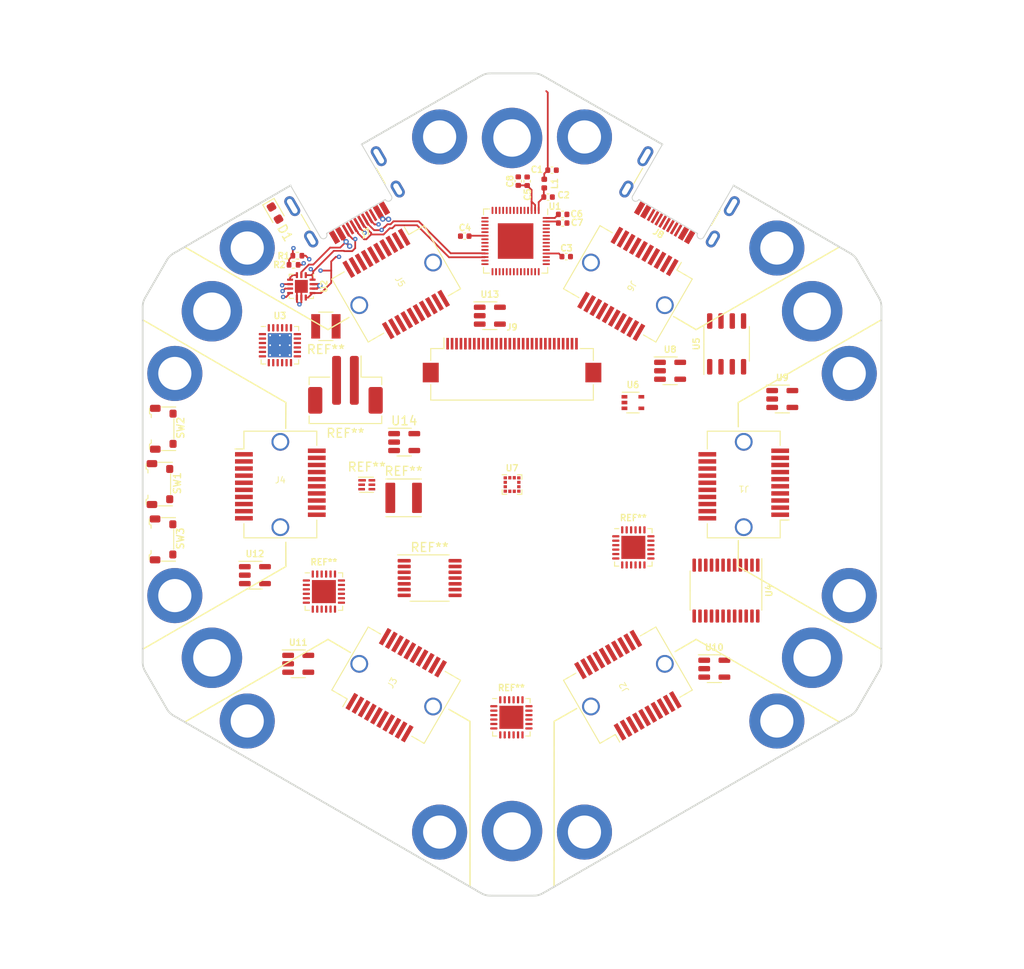
<source format=kicad_pcb>
(kicad_pcb (version 20221018) (generator pcbnew)
  (layers (0 "F.Cu" signal) (1 "In1.Cu" signal) (2 "In2.Cu" signal) (31 "B.Cu" signal) (34 "B.Paste" user) (35 "F.Paste" user) (36 "B.SilkS" user "B.Silkscreen") (37 "F.SilkS" user "F.Silkscreen") (38 "B.Mask" user) (39 "F.Mask" user) (44 "Edge.Cuts" user))
  (net 0 "")
  (net 132 "Net-(J8-GND-PadA1)")
  (net 133 "Net-(J8-VBUS-PadA4)")
  (net 143 "GND")
  (net 144 "Net-(C1-Pad1)")
  (net 145 "Net-(U1-LNA_IN)")
  (net 146 "Net-(U1-VDD3P3_CPU)")
  (net 177 "/USB-")
  (net 178 "/USB+")
  (net 179 "Net-(U2-VBUS)")
  (net 180 "Net-(J7-CC1)")
  (net 181 "Net-(J7-CC2)")
  (net 182 "Net-(U2-VDD-Pad3)")
  (net 183 "unconnected-(U2-INT_N-Pad5)")
  (net 184 "unconnected-(U2-SCL-Pad6)")
  (net 185 "unconnected-(U2-SDA-Pad7)")
  (net 186 "Net-(U2-GND-Pad15)")
  (net 187 "Net-(U2-VCONN-Pad12)")
  (net 200 "Net-(U3-BAT-Pad13)")
  (net 201 "Net-(U3-SYS-Pad15)")
  (net 202 "Net-(U3-PGND-Pad17)")
  (net 203 "Net-(U3-SW-Pad19)")
  (footprint "Capacitor_SMD:C_0402_1005Metric" (layer "F.Cu") (at 104.055 67.65)
    (fp_text reference "C2")
    (fp_text value "C" hide)
  )
  (footprint "Capacitor_SMD:C_0402_1005Metric" (layer "F.Cu") (at 105.695 69.6)
    (fp_text reference "C6")
    (fp_text value "100nF" hide)
  )
  (footprint "nodular:SFP" (layer "F.Cu") (at 126.075 100 180)
    (fp_text reference "J1")
    (fp_text value "Conn_02x10_Counter_Clockwise" hide)
  )
  (footprint "Package_TO_SOT_SMD:SOT-23-5" (layer "F.Cu") (at 71.0625 110.2)
    (fp_text reference "U12")
    (fp_text value "MT9700")
  )
  (footprint "nodular:SMTSO2030CTJ" (layer "F.Cu") (at 91.850318 60.884336)
    (fp_text reference "H10" hide)
    (fp_text value "MountingHole_Pad" hide)
  )
  (footprint "Capacitor_SMD:C_0402_1005Metric" (layer "F.Cu") (at 104.5 64.625)
    (fp_text reference "C1")
    (fp_text value "C" hide)
  )
  (footprint "nodular:SMTSO3030CTJ" (layer "F.Cu") (at 133.774991 119.5)
    (fp_text reference "H17" hide)
    (fp_text value "MountingHole_Pad" hide)
  )
  (footprint "Resistor_SMD:R_0402_1005Metric" (layer "F.Cu") (at 75.415 75.275 180)
    (fp_text reference "R2")
    (fp_text value "5k1")
  )
  (footprint "nodular:SMTSO2030CTJ" (layer "F.Cu") (at 129.800318 73.384336)
    (fp_text reference "H12" hide)
    (fp_text value "MountingHole_Pad" hide)
  )
  (footprint "Package_DFN_QFN:WQFN-14-1EP_2.5x2.5mm_P0.5mm_EP1.45x1.45mm" (layer "F.Cu") (at 76.2875 77.7 -90)
    (fp_text reference "U2")
    (fp_text value "FUSB302BMPX")
  )
  (footprint "nodular:USB_C_Receptacle_SHOUHAN_TYPE-C_16P_CB1.6_073" (layer "F.Cu") (at 119.3 66.85 150)
    (fp_text reference "J8")
    (fp_text value "USB_C_Receptacle_USB2.0")
    (fp_line (start -4.62 3.25) (end -4.62 -3.45) (stroke (width 0.1)) (layer "Edge.Cuts"))
    (fp_line (start 3.82 -3.45) (end -3.82 -3.45) (stroke (width 0.1)) (layer "Edge.Cuts"))
    (fp_line (start 4.62 3.25) (end 4.62 -3.45) (stroke (width 0.1)) (layer "Edge.Cuts"))
    (fp_arc (start -4.62 -3.45) (mid -4.22 -3.85) (end -3.82 -3.45) (stroke (width 0.1)) (layer "Edge.Cuts"))
    (fp_arc (start 3.82 -3.45) (mid 4.22 -3.85) (end 4.62 -3.45) (stroke (width 0.1)) (layer "Edge.Cuts"))
  )
  (footprint "Package_DFN_QFN:QFN-24-1EP_4x4mm_P0.5mm_EP2.7x2.6mm" (layer "F.Cu") (at 99.925 126.2)
    (fp_text reference "REF**")
    (fp_text value "QFN-24-1EP_4x4mm_P0.5mm_EP2.7x2.6mm")
  )
  (footprint "Package_TO_SOT_SMD:SOT-23-5" (layer "F.Cu") (at 75.9375 120.175)
    (fp_text reference "U11")
    (fp_text value "MT9700")
  )
  (footprint "Capacitor_SMD:C_0402_1005Metric" (layer "F.Cu") (at 100.7 65.855 90)
    (fp_text reference "C8")
    (fp_text value "100nF" hide)
  )
  (footprint "Capacitor_SMD:C_0402_1005Metric" (layer "F.Cu") (at 94.675 72.05 180)
    (fp_text reference "C4")
    (fp_text value "100nF" hide)
  )
  (footprint "nodular:USB_C_Receptacle_SHOUHAN_TYPE-C_16P_CB1.6_073" (layer "F.Cu") (at 80.7 66.85 -150)
    (fp_text reference "J7")
    (fp_text value "USB_C_Receptacle_USB2.0")
    (fp_line (start -4.62 3.25) (end -4.62 -3.45) (stroke (width 0.1)) (layer "Edge.Cuts"))
    (fp_line (start 3.82 -3.45) (end -3.82 -3.45) (stroke (width 0.1)) (layer "Edge.Cuts"))
    (fp_line (start 4.62 3.25) (end 4.62 -3.45) (stroke (width 0.1)) (layer "Edge.Cuts"))
    (fp_arc (start -4.62 -3.45) (mid -4.22 -3.85) (end -3.82 -3.45) (stroke (width 0.1)) (layer "Edge.Cuts"))
    (fp_arc (start 3.82 -3.45) (mid 4.22 -3.85) (end 4.62 -3.45) (stroke (width 0.1)) (layer "Edge.Cuts"))
  )
  (footprint "Capacitor_SMD:C_0402_1005Metric" (layer "F.Cu") (at 101.7 65.87 90)
    (fp_text reference "C5")
    (fp_text value "100nF" hide)
  )
  (footprint "nodular:SMTSO2030CTJ" (layer "F.Cu") (at 70.199682 73.384336)
    (fp_text reference "H9" hide)
    (fp_text value "MountingHole_Pad" hide)
  )
  (footprint "nodular:SMTSO2030CTJ" (layer "F.Cu") (at 108.149682 60.884336)
    (fp_text reference "H11" hide)
    (fp_text value "MountingHole_Pad" hide)
  )
  (footprint "Package_TO_SOT_SMD:SOT-23-5" (layer "F.Cu") (at 122.7625 120.725)
    (fp_text reference "U10")
    (fp_text value "MT9700")
  )
  (footprint "nodular:SFP" (layer "F.Cu") (at 86.9625 77.418388 -60)
    (fp_text reference "J5")
    (fp_text value "Conn_02x10_Counter_Clockwise" hide)
  )
  (footprint "nodular:SMTSO3030CTJ" (layer "F.Cu") (at 66.225009 80.5)
    (fp_text reference "H14" hide)
    (fp_text value "MountingHole_Pad" hide)
  )
  (footprint "nodular:SMTSO2030CTJ" (layer "F.Cu") (at 91.850318 139.115664)
    (fp_text reference "H5" hide)
    (fp_text value "MountingHole_Pad" hide)
  )
  (footprint "LED_SMD:LED_0603_1608Metric" (layer "F.Cu") (at 73.325 69.45 -60)
    (fp_text reference "D1")
    (fp_text value "LED")
  )
  (footprint "nodular:sidebutton-1TS003B-1400-3500A-CT" (layer "F.Cu") (at 60.425 106.175 90)
    (fp_text reference "SW3")
    (fp_text value "SW_Push")
  )
  (footprint "Capacitor_SMD:C_0402_1005Metric" (layer "F.Cu") (at 105.7 70.575)
    (fp_text reference "C7")
    (fp_text value "100nF" hide)
  )
  (footprint "Package_SON:WSON-6_1.5x1.5mm_P0.5mm" (layer "F.Cu") (at 83.65 100.025)
    (fp_text reference "REF**")
    (fp_text value "WSON6_1.5x1.5mm_P0.5mm")
  )
  (footprint "Package_DFN_QFN:Texas_S-PWQFN-N24_EP2.7x2.7mm_ThermalVias" (layer "F.Cu") (at 73.875 84.325)
    (fp_text reference "U3")
    (fp_text value "BQ25895RTW")
  )
  (footprint "nodular:SFP" (layer "F.Cu") (at 113.0375 122.581612 120)
    (fp_text reference "J2")
    (fp_text value "Conn_02x10_Counter_Clockwise" hide)
  )
  (footprint "nodular:SMTSO2030CTJ" (layer "F.Cu") (at 70.199682 126.615664)
    (fp_text reference "H6" hide)
    (fp_text value "MountingHole_Pad" hide)
  )
  (footprint "nodular:SMTSO3030CTJ" (layer "F.Cu") (at 100 139)
    (fp_text reference "H16" hide)
    (fp_text value "MountingHole_Pad" hide)
  )
  (footprint "Resistor_SMD:R_0402_1005Metric" (layer "F.Cu") (at 75.84 74.25 180)
    (fp_text reference "R1")
    (fp_text value "5k1")
  )
  (footprint "nodular:SFP" (layer "F.Cu") (at 73.925 100)
    (fp_text reference "J4")
    (fp_text value "Conn_02x10_Counter_Clockwise" hide)
  )
  (footprint "nodular:SMTSO2030CTJ" (layer "F.Cu") (at 108.149682 139.115664)
    (fp_text reference "H4" hide)
    (fp_text value "MountingHole_Pad" hide)
  )
  (footprint "Connector_FFC-FPC:Hirose_FH12-30S-0.5SH_1x30-1MP_P0.50mm_Horizontal" (layer "F.Cu") (at 100 86)
    (fp_text reference "J9")
    (fp_text value "Conn_01x30_MountingPin")
  )
  (footprint "nodular:SMTSO2030CTJ" (layer "F.Cu") (at 137.95 87.5)
    (fp_text reference "H1" hide)
    (fp_text value "MountingHole_Pad" hide)
  )
  (footprint "nodular:SMTSO3030CTJ" (layer "F.Cu") (at 100 61)
    (fp_text reference "H13" hide)
    (fp_text value "MountingHole_Pad" hide)
  )
  (footprint "Inductor_SMD:L_0402_1005Metric" (layer "F.Cu") (at 103.625 66.135 -90)
    (fp_text reference "L1")
    (fp_text value "L" hide)
  )
  (footprint "nodular:sidebutton-1TS003B-1400-3500A-CT" (layer "F.Cu") (at 60.075 99.95 90)
    (fp_text reference "SW1")
    (fp_text value "SW_Push")
  )
  (footprint "nodular:SMTSO2030CTJ" (layer "F.Cu") (at 129.800318 126.615664)
    (fp_text reference "H3" hide)
    (fp_text value "MountingHole_Pad" hide)
  )
  (footprint "Package_SO:TSSOP-24_4.4x7.8mm_P0.65mm" (layer "F.Cu") (at 124.075 111.9375 -90)
    (fp_text reference "U4")
    (fp_text value "TCA9548APWR")
  )
  (footprint "Package_DFN_QFN:QFN-56-1EP_7x7mm_P0.4mm_EP4x4mm" (layer "F.Cu") (at 100.4 72.6 -90)
    (fp_text reference "U1")
    (fp_text value "ESP32-S3-PICO-1-N8R2" hide)
  )
  (footprint "nodular:SMTSO2030CTJ" (layer "F.Cu") (at 137.95 112.5)
    (fp_text reference "H2" hide)
    (fp_text value "MountingHole_Pad" hide)
  )
  (footprint "Package_SO:TSSOP-14_4.4x5mm_P0.65mm" (layer "F.Cu") (at 90.725 110.525)
    (fp_text reference "REF**")
    (fp_text value "TSSOP-14_4.4x5mm_P0.65mm")
  )
  (footprint "Package_TO_SOT_SMD:SOT-23-5" (layer "F.Cu") (at 97.5 81)
    (fp_text reference "U13")
    (fp_text value "MT9700")
  )
  (footprint "Package_LGA:LGA-12_2x2mm_P0.5mm" (layer "F.Cu") (at 100 100)
    (fp_text reference "U7")
    (fp_text value "SC7A20")
  )
  (footprint "Package_DFN_QFN:QFN-24-1EP_4x4mm_P0.5mm_EP2.7x2.6mm" (layer "F.Cu") (at 113.65 107.075)
    (fp_text reference "REF**")
    (fp_text value "QFN-24-1EP_4x4mm_P0.5mm_EP2.7x2.6mm")
  )
  (footprint "nodular:SMTSO2030CTJ" (layer "F.Cu") (at 62.05 87.5)
    (fp_text reference "H8" hide)
    (fp_text value "MountingHole_Pad" hide)
  )
  (footprint "nodular:sidebutton-1TS003B-1400-3500A-CT" (layer "F.Cu") (at 60.45 93.725 90)
    (fp_text reference "SW2")
    (fp_text value "SW_Push")
  )
  (footprint "nodular:SMTSO2030CTJ" (layer "F.Cu") (at 62.05 112.5)
    (fp_text reference "H7" hide)
    (fp_text value "MountingHole_Pad" hide)
  )
  (footprint "nodular:SFP" (layer "F.Cu") (at 113.0375 77.418388 -120)
    (fp_text reference "J6")
    (fp_text value "Conn_02x10_Counter_Clockwise" hide)
  )
  (footprint "Capacitor_SMD:C_0402_1005Metric" (layer "F.Cu") (at 106.095 74.35)
    (fp_text reference "C3")
    (fp_text value "100nF" hide)
  )
  (footprint "nodular:SFP" (layer "F.Cu") (at 86.9625 122.581612 60)
    (fp_text reference "J3")
    (fp_text value "Conn_02x10_Counter_Clockwise" hide)
  )
  (footprint "Package_DFN_QFN:QFN-24-1EP_4x4mm_P0.5mm_EP2.7x2.6mm" (layer "F.Cu") (at 78.825 112.05)
    (fp_text reference "REF**")
    (fp_text value "QFN-24-1EP_4x4mm_P0.5mm_EP2.7x2.6mm")
  )
  (footprint "Connector_JST:JST_PH_B2B-PH-SM4-TB_1x02-1MP_P2.00mm_Vertical" (layer "F.Cu") (at 81.25 88.775 180)
    (fp_text reference "REF**")
    (fp_text value "JST_PH_B2B-PH-SM4-TB_1x02-1MP_P2.00mm_Vertical")
  )
  (footprint "Package_TO_SOT_SMD:SOT-353_SC-70-5" (layer "F.Cu") (at 113.6 90.775)
    (fp_text reference "U6")
    (fp_text value "74LVC1G17")
  )
  (footprint "Package_TO_SOT_SMD:SOT-23-5" (layer "F.Cu") (at 130.4125 90.375)
    (fp_text reference "U9")
    (fp_text value "MT9700")
  )
  (footprint "Package_TO_SOT_SMD:SOT-23-5" (layer "F.Cu") (at 87.8625 95.225)
    (fp_text reference "U14")
    (fp_text value "MT9700")
  )
  (footprint "nodular:SMTSO3030CTJ" (layer "F.Cu") (at 133.774991 80.5)
    (fp_text reference "H18" hide)
    (fp_text value "MountingHole_Pad" hide)
  )
  (footprint "Package_SO:SO-8_3.9x4.9mm_P1.27mm" (layer "F.Cu") (at 124.15 84.175 90)
    (fp_text reference "U5")
    (fp_text value "MAX3051")
  )
  (footprint "Inductor_SMD:L_Abracon_ASPI-4030S" (layer "F.Cu") (at 87.8 101.5)
    (fp_text reference "REF**")
    (fp_text value "L_Abracon_ASPI-4030S")
  )
  (footprint "Inductor_SMD:L_Abracon_ASPI-3012S" (layer "F.Cu") (at 79.05 82.2)
    (fp_text reference "REF**")
    (fp_text value "L_Abracon_ASPI-3012S")
  )
  (footprint "nodular:SMTSO3030CTJ" (layer "F.Cu") (at 66.225009 119.5)
    (fp_text reference "H15" hide)
    (fp_text value "MountingHole_Pad" hide)
  )
  (footprint "Package_TO_SOT_SMD:SOT-23-5" (layer "F.Cu") (at 117.7875 87.2)
    (fp_text reference "U8")
    (fp_text value "MT9700")
  )
  (gr_line (start 95.264084 126.652847) (end 92.9 125.3) (stroke (width 0.15)) (layer "F.SilkS"))
  (gr_line (start 74.549999 90.775) (end 74.53212 93.688338) (stroke (width 0.15)) (layer "F.SilkS"))
  (gr_line (start 125.450001 90.775) (end 125.460443 93.49878) (stroke (width 0.15)) (layer "F.SilkS"))
  (gr_line (start 79.285915 82.572153) (end 81.639557 81.20122) (stroke (width 0.15)) (layer "F.SilkS"))
  (gr_line (start 58.499999 118.5) (end 74.549999 109.225) (stroke (width 0.15)) (layer "F.SilkS"))
  (gr_line (start 136.771471 126.690055) (end 120.714085 117.427847) (stroke (width 0.15)) (layer "F.SilkS"))
  (gr_line (start 63.228529 126.690055) (end 79.285915 117.427847) (stroke (width 0.15)) (layer "F.SilkS"))
  (gr_line (start 125.450001 109.225) (end 125.46788 106.311662) (stroke (width 0.15)) (layer "F.SilkS"))
  (gr_line (start 95.27147 145.190055) (end 95.264084 126.652847) (stroke (width 0.15)) (layer "F.SilkS"))
  (gr_line (start 120.714085 117.427847) (end 118.360443 118.79878) (stroke (width 0.15)) (layer "F.SilkS"))
  (gr_line (start 104.735916 126.652847) (end 107.26788 125.211662) (stroke (width 0.15)) (layer "F.SilkS"))
  (gr_line (start 141.500001 118.500001) (end 125.450001 109.225001) (stroke (width 0.15)) (layer "F.SilkS"))
  (gr_line (start 141.500001 81.5) (end 125.450001 90.775) (stroke (width 0.15)) (layer "F.SilkS"))
  (gr_line (start 136.771471 73.309945) (end 120.714085 82.572153) (stroke (width 0.15)) (layer "F.SilkS"))
  (gr_line (start 58.499999 81.499999) (end 74.549999 90.774999) (stroke (width 0.15)) (layer "F.SilkS"))
  (gr_line (start 120.714085 82.572153) (end 118.2 81.1) (stroke (width 0.15)) (layer "F.SilkS"))
  (gr_line (start 104.72853 145.190056) (end 104.735916 126.652848) (stroke (width 0.15)) (layer "F.SilkS"))
  (gr_line (start 74.549999 109.225) (end 74.539557 106.50122) (stroke (width 0.15)) (layer "F.SilkS"))
  (gr_line (start 79.285915 117.427847) (end 81.8 118.9) (stroke (width 0.15)) (layer "F.SilkS"))
  (gr_line (start 63.228529 73.309945) (end 79.285915 82.572153) (stroke (width 0.15)) (layer "F.SilkS"))
  (gr_line (start 75.073963 66.345417) (end 61.8949 74) (stroke (width 0.2)) (layer "Edge.Cuts"))
  (gr_line (start 103.4641 54) (end 116.923963 61.725417) (stroke (width 0.2)) (layer "Edge.Cuts"))
  (gr_arc (start 103.4641 145.999951) (mid 102.981738 146.199752) (end 102.4641 146.2679) (stroke (width 0.2)) (layer "Edge.Cuts"))
  (gr_line (start 58.6987 121) (end 61.1628 125.2679) (stroke (width 0.2)) (layer "Edge.Cuts"))
  (gr_line (start 97.5359 53.7321) (end 102.4641 53.7321) (stroke (width 0.2)) (layer "Edge.Cuts"))
  (gr_arc (start 61.8949 125.999951) (mid 61.480686 125.682114) (end 61.162849 125.2679) (stroke (width 0.2)) (layer "Edge.Cuts"))
  (gr_line (start 58.4308 80) (end 58.4308 120) (stroke (width 0.2)) (layer "Edge.Cuts"))
  (gr_arc (start 58.698749 121) (mid 58.498948 120.517638) (end 58.4308 120) (stroke (width 0.2)) (layer "Edge.Cuts"))
  (gr_arc (start 61.162849 74.7321) (mid 61.480686 74.317886) (end 61.8949 74.000049) (stroke (width 0.2)) (layer "Edge.Cuts"))
  (gr_arc (start 138.837151 125.2679) (mid 138.519314 125.682114) (end 138.1051 125.999951) (stroke (width 0.2)) (layer "Edge.Cuts"))
  (gr_line (start 124.926037 66.345417) (end 138.1051 74) (stroke (width 0.2)) (layer "Edge.Cuts"))
  (gr_arc (start 96.5359 54.000049) (mid 97.018262 53.800248) (end 97.5359 53.7321) (stroke (width 0.2)) (layer "Edge.Cuts"))
  (gr_line (start 138.8372 125.2679) (end 141.3013 121) (stroke (width 0.2)) (layer "Edge.Cuts"))
  (gr_arc (start 141.301251 79) (mid 141.501052 79.482362) (end 141.5692 80) (stroke (width 0.2)) (layer "Edge.Cuts"))
  (gr_arc (start 58.4308 80) (mid 58.498948 79.482362) (end 58.698749 79) (stroke (width 0.2)) (layer "Edge.Cuts"))
  (gr_line (start 97.5359 146.2679) (end 102.4641 146.2679) (stroke (width 0.2)) (layer "Edge.Cuts"))
  (gr_line (start 58.6987 79) (end 61.1628 74.7321) (stroke (width 0.2)) (layer "Edge.Cuts"))
  (gr_line (start 61.8949 126) (end 96.5359 146) (stroke (width 0.2)) (layer "Edge.Cuts"))
  (gr_arc (start 141.5692 120) (mid 141.501052 120.517638) (end 141.301251 121) (stroke (width 0.2)) (layer "Edge.Cuts"))
  (gr_line (start 138.8372 74.7321) (end 141.3013 79) (stroke (width 0.2)) (layer "Edge.Cuts"))
  (gr_line (start 96.5359 54.000049) (end 83.076037 61.725417) (stroke (width 0.2)) (layer "Edge.Cuts"))
  (gr_arc (start 138.1051 74.000049) (mid 138.519314 74.317886) (end 138.837151 74.7321) (stroke (width 0.2)) (layer "Edge.Cuts"))
  (gr_line (start 141.5692 120) (end 141.5692 80) (stroke (width 0.2)) (layer "Edge.Cuts"))
  (gr_line (start 103.4641 146) (end 138.1051 126) (stroke (width 0.2)) (layer "Edge.Cuts"))
  (gr_arc (start 97.5359 146.2679) (mid 97.018262 146.199752) (end 96.5359 145.999951) (stroke (width 0.2)) (layer "Edge.Cuts"))
  (gr_arc (start 102.4641 53.7321) (mid 102.981738 53.800248) (end 103.4641 54.000049) (stroke (width 0.2)) (layer "Edge.Cuts"))
  (segment (start 75.33 73.47) (end 75.4 73.4) (width 0.2) (layer "F.Cu") (net 143))
  (segment (start 75.33 74.25) (end 75.33 73.47) (width 0.2) (layer "F.Cu") (net 143))
  (segment (start 74.905 74.675) (end 75.33 74.25) (width 0.2) (layer "F.Cu") (net 143))
  (segment (start 74.905 75.275) (end 74.905 74.675) (width 0.2) (layer "F.Cu") (net 143))
  (via (at 75.4 73.4) (size 0.5) (drill 0.2) (layers "F.Cu" "B.Cu") (net 143))
  (segment (start 104.02 55.895) (end 103.85 55.725) (width 0.2) (layer "F.Cu") (net 144))
  (segment (start 104.02 64.625) (end 104.02 55.895) (width 0.2) (layer "F.Cu") (net 144))
  (segment (start 103.625 65.65) (end 103.625 65.02) (width 0.2) (layer "F.Cu") (net 144))
  (segment (start 103.625 65.02) (end 104.02 64.625) (width 0.2) (layer "F.Cu") (net 144))
  (segment (start 103 69.15) (end 103 68.225) (width 0.2) (layer "F.Cu") (net 145))
  (segment (start 103.575 67.65) (end 103.575 66.67) (width 0.2) (layer "F.Cu") (net 145))
  (segment (start 103 68.225) (end 103.575 67.65) (width 0.2) (layer "F.Cu") (net 145))
  (segment (start 103.575 66.67) (end 103.625 66.62) (width 0.2) (layer "F.Cu") (net 145))
  (segment (start 100.7 66.335) (end 101.685 66.335) (width 0.2) (layer "F.Cu") (net 146))
  (segment (start 102.2 68.15) (end 102.2 66.85) (width 0.2) (layer "F.Cu") (net 146))
  (segment (start 103.85 70.4) (end 105.045 70.4) (width 0.2) (layer "F.Cu") (net 146))
  (segment (start 105.045 70.4) (end 105.22 70.575) (width 0.2) (layer "F.Cu") (net 146))
  (segment (start 103.85 70) (end 104.815 70) (width 0.2) (layer "F.Cu") (net 146))
  (segment (start 102.2 66.85) (end 101.7 66.35) (width 0.2) (layer "F.Cu") (net 146))
  (segment (start 102.6 68.55) (end 102.2 68.15) (width 0.2) (layer "F.Cu") (net 146))
  (segment (start 105.265 74) (end 105.615 74.35) (width 0.2) (layer "F.Cu") (net 146))
  (segment (start 101.685 66.335) (end 101.7 66.35) (width 0.2) (layer "F.Cu") (net 146))
  (segment (start 104.815 70) (end 105.215 69.6) (width 0.2) (layer "F.Cu") (net 146))
  (segment (start 96.95 72) (end 95.205 72) (width 0.2) (layer "F.Cu") (net 146))
  (segment (start 103.85 74) (end 105.265 74) (width 0.2) (layer "F.Cu") (net 146))
  (segment (start 102.2 69.15) (end 102.2 68.15) (width 0.2) (layer "F.Cu") (net 146))
  (segment (start 95.205 72) (end 95.155 72.05) (width 0.2) (layer "F.Cu") (net 146))
  (segment (start 102.6 69.15) (end 102.6 68.55) (width 0.2) (layer "F.Cu") (net 146))
  (segment (start 82.775 71.045542) (end 83.402229 71.672771) (width 0.2) (layer "F.Cu") (net 177))
  (segment (start 85.99 70.71) (end 85.675 71.025) (width 0.2) (layer "F.Cu") (net 177))
  (segment (start 82.775 70.829434) (end 82.775 71.045542) (width 0.2) (layer "F.Cu") (net 177))
  (segment (start 89.4932 70.375) (end 86.66 70.375) (width 0.2) (layer "F.Cu") (net 177))
  (segment (start 85.65 71.025) (end 85.325 71.35) (width 0.2) (layer "F.Cu") (net 177))
  (segment (start 85.3 71.375) (end 85.325 71.35) (width 0.2) (layer "F.Cu") (net 177))
  (segment (start 93.093199 73.974999) (end 89.4932 70.375) (width 0.2) (layer "F.Cu") (net 177))
  (segment (start 86.66 70.38196) (end 86.33196 70.71) (width 0.2) (layer "F.Cu") (net 177))
  (segment (start 82.618494 70.672928) (end 82.775 70.829434) (width 0.2) (layer "F.Cu") (net 177))
  (segment (start 96.95 74) (end 96.924999 73.974999) (width 0.2) (layer "F.Cu") (net 177))
  (segment (start 83.65 70.338409) (end 83.65 70.55) (width 0.2) (layer "F.Cu") (net 177))
  (segment (start 83.484519 70.172928) (end 83.65 70.338409) (width 0.2) (layer "F.Cu") (net 177))
  (segment (start 85.675 71.025) (end 85.65 71.025) (width 0.2) (layer "F.Cu") (net 177))
  (segment (start 86.33196 70.71) (end 85.99 70.71) (width 0.2) (layer "F.Cu") (net 177))
  (segment (start 96.924999 73.974999) (end 93.093199 73.974999) (width 0.2) (layer "F.Cu") (net 177))
  (segment (start 86.66 70.375) (end 86.66 70.38196) (width 0.2) (layer "F.Cu") (net 177))
  (segment (start 84.475 71.375) (end 85.3 71.375) (width 0.2) (layer "F.Cu") (net 177))
  (segment (start 83.65 70.55) (end 84.475 71.375) (width 0.2) (layer "F.Cu") (net 177))
  (via (at 85.325 71.35) (size 0.5) (drill 0.2) (layers "F.Cu" "B.Cu") (net 177))
  (via (at 83.402229 71.672771) (size 0.5) (drill 0.2) (layers "F.Cu" "B.Cu") (net 177))
  (segment (start 96.95 74.4) (end 96.924999 74.425001) (width 0.2) (layer "F.Cu") (net 178))
  (segment (start 92.906801 74.425001) (end 89.3068 70.825) (width 0.2) (layer "F.Cu") (net 178))
  (segment (start 84.125 71.675) (end 83.2 70.75) (width 0.2) (layer "F.Cu") (net 178))
  (segment (start 84.15 71.675) (end 84.125 71.675) (width 0.2) (layer "F.Cu") (net 178))
  (segment (start 84.15 71.85) (end 84.15 71.675) (width 0.2) (layer "F.Cu") (net 178))
  (segment (start 82.185481 70.922928) (end 82.35 71.087447) (width 0.2) (layer "F.Cu") (net 178))
  (segment (start 89.3068 70.825) (end 86.853328 70.825) (width 0.2) (layer "F.Cu") (net 178))
  (segment (start 82.65 71.6) (end 82.65 71.7) (width 0.2) (layer "F.Cu") (net 178))
  (segment (start 84.16 71.86) (end 84.15 71.85) (width 0.2) (layer "F.Cu") (net 178))
  (segment (start 82.35 71.3) (end 82.65 71.6) (width 0.2) (layer "F.Cu") (net 178))
  (segment (start 86.853328 70.825) (end 86.518348 71.15998) (width 0.2) (layer "F.Cu") (net 178))
  (segment (start 86.518348 71.15998) (end 86.24002 71.15998) (width 0.2) (layer "F.Cu") (net 178))
  (segment (start 83.35 72.4) (end 83.6 72.4) (width 0.2) (layer "F.Cu") (net 178))
  (segment (start 85.54 71.86) (end 84.16 71.86) (width 0.2) (layer "F.Cu") (net 178))
  (segment (start 82.65 71.7) (end 83.35 72.4) (width 0.2) (layer "F.Cu") (net 178))
  (segment (start 83.2 70.75) (end 83.2 70.625) (width 0.2) (layer "F.Cu") (net 178))
  (segment (start 96.924999 74.425001) (end 92.906801 74.425001) (width 0.2) (layer "F.Cu") (net 178))
  (segment (start 83.6 72.4) (end 84.15 71.85) (width 0.2) (layer "F.Cu") (net 178))
  (segment (start 82.35 71.087447) (end 82.35 71.3) (width 0.2) (layer "F.Cu") (net 178))
  (segment (start 86.24002 71.15998) (end 85.54 71.86) (width 0.2) (layer "F.Cu") (net 178))
  (segment (start 81.325 72.675) (end 81.325 72.775) (width 0.3) (layer "F.Cu") (net 179))
  (segment (start 80.713238 71.772928) (end 80.713238 72.063238) (width 0.3) (layer "F.Cu") (net 179))
  (segment (start 77.625 75.25) (end 79.535 73.34) (width 0.2) (layer "F.Cu") (net 179))
  (segment (start 76.2875 76.100001) (end 77.137501 75.25) (width 0.2) (layer "F.Cu") (net 179))
  (segment (start 85.45 70.125) (end 86.075 70.125) (width 0.2) (layer "F.Cu") (net 179))
  (segment (start 79.535 73.34) (end 80.66 73.34) (width 0.2) (layer "F.Cu") (net 179))
  (segment (start 85.45 70.125) (end 84.956762 69.631762) (width 0.2) (layer "F.Cu") (net 179))
  (segment (start 77.137501 75.25) (end 77.625 75.25) (width 0.2) (layer "F.Cu") (net 179))
  (segment (start 81.325 72.775) (end 81.725 73.175) (width 0.3) (layer "F.Cu") (net 179))
  (segment (start 76.2875 76.4375) (end 76.2875 76.100001) (width 0.2) (layer "F.Cu") (net 179))
  (segment (start 86.075 70.125) (end 86.1 70.15) (width 0.2) (layer "F.Cu") (net 179))
  (segment (start 80.713238 72.063238) (end 81.325 72.675) (width 0.3) (layer "F.Cu") (net 179))
  (segment (start 84.956762 69.631762) (end 84.956762 69.322928) (width 0.2) (layer "F.Cu") (net 179))
  (segment (start 80.66 73.34) (end 81.325 72.675) (width 0.2) (layer "F.Cu") (net 179))
  (via (at 81.725 73.175) (size 0.6) (drill 0.3) (layers "F.Cu" "B.Cu") (net 179))
  (via (at 81.325 72.675) (size 0.6) (drill 0.3) (layers "F.Cu" "B.Cu") (net 179))
  (via (at 86.1 70.15) (size 0.6) (drill 0.3) (layers "F.Cu" "B.Cu") (net 179))
  (via (at 85.45 70.125) (size 0.6) (drill 0.3) (layers "F.Cu" "B.Cu") (net 179))
  (segment (start 84.01 70.015396) (end 84.01 70.21) (width 0.2) (layer "F.Cu") (net 180))
  (segment (start 79.1 77.85) (end 79.65 77.3) (width 0.2) (layer "F.Cu") (net 180))
  (segment (start 77.0375 78.9625) (end 77.55 78.45) (width 0.2) (layer "F.Cu") (net 180))
  (segment (start 77.55 78.45) (end 78.5 78.45) (width 0.2) (layer "F.Cu") (net 180))
  (segment (start 79.65 74.9) (end 80.175 74.375) (width 0.2) (layer "F.Cu") (net 180))
  (segment (start 76.35 74.25) (end 76.775 74.25) (width 0.2) (layer "F.Cu") (net 180))
  (segment (start 84.525 70.725) (end 84.975 70.725) (width 0.2) (layer "F.Cu") (net 180))
  (segment (start 79.65 77.3) (end 79.65 75.925) (width 0.2) (layer "F.Cu") (net 180))
  (segment (start 76.775 74.25) (end 77.175 74.65) (width 0.2) (layer "F.Cu") (net 180))
  (segment (start 83.917532 69.922928) (end 84.01 70.015396) (width 0.2) (layer "F.Cu") (net 180))
  (segment (start 79.65 75.925) (end 79.65 74.9) (width 0.2) (layer "F.Cu") (net 180))
  (segment (start 76.7875 78.9625) (end 77.0375 78.9625) (width 0.2) (layer "F.Cu") (net 180))
  (segment (start 84.01 70.21) (end 84.525 70.725) (width 0.2) (layer "F.Cu") (net 180))
  (segment (start 78.45 75.925) (end 79.65 75.925) (width 0.2) (layer "F.Cu") (net 180))
  (segment (start 80.175 74.375) (end 80.525 74.375) (width 0.2) (layer "F.Cu") (net 180))
  (segment (start 78.5 78.45) (end 79.1 77.85) (width 0.2) (layer "F.Cu") (net 180))
  (via (at 80.525 74.375) (size 0.5) (drill 0.2) (layers "F.Cu" "B.Cu") (net 180))
  (via (at 78.45 75.925) (size 0.5) (drill 0.2) (layers "F.Cu" "B.Cu") (net 180))
  (via (at 84.975 70.725) (size 0.5) (drill 0.2) (layers "F.Cu" "B.Cu") (net 180))
  (via (at 77.175 74.65) (size 0.5) (drill 0.2) (layers "F.Cu" "B.Cu") (net 180))
  (segment (start 77.625 76.25) (end 77.55 76.325) (width 0.2) (layer "F.Cu") (net 181))
  (segment (start 76.375 75.275) (end 76.55 75.1) (width 0.2) (layer "F.Cu") (net 181))
  (segment (start 79.95 73.7) (end 77.625 76.025) (width 0.2) (layer "F.Cu") (net 181))
  (segment (start 77.55 76.325) (end 77.55 76.95) (width 0.2) (layer "F.Cu") (net 181))
  (segment (start 82.35 72.375) (end 82.35 73.4) (width 0.2) (layer "F.Cu") (net 181))
  (segment (start 81.11 73.735) (end 81.075 73.7) (width 0.2) (layer "F.Cu") (net 181))
  (segment (start 81.319456 71.422928) (end 81.45 71.553472) (width 0.2) (layer "F.Cu") (net 181))
  (segment (start 77.625 76.025) (end 77.625 76.25) (width 0.2) (layer "F.Cu") (net 181))
  (segment (start 76.7875 76.4375) (end 77.4375 76.4375) (width 0.2) (layer "F.Cu") (net 181))
  (segment (start 77.35 75.7595) (end 77.3595 75.7595) (width 0.2) (layer "F.Cu") (net 181))
  (segment (start 81.075 73.7) (end 79.95 73.7) (width 0.2) (layer "F.Cu") (net 181))
  (segment (start 82.075 72.375) (end 82.35 72.375) (width 0.2) (layer "F.Cu") (net 181))
  (segment (start 81.45 71.75) (end 82.075 72.375) (width 0.2) (layer "F.Cu") (net 181))
  (segment (start 81.45 71.553472) (end 81.45 71.75) (width 0.2) (layer "F.Cu") (net 181))
  (segment (start 77.3595 75.7595) (end 77.625 76.025) (width 0.2) (layer "F.Cu") (net 181))
  (segment (start 82.015 73.735) (end 81.11 73.735) (width 0.2) (layer "F.Cu") (net 181))
  (segment (start 75.925 75.275) (end 76.375 75.275) (width 0.2) (layer "F.Cu") (net 181))
  (segment (start 77.4375 76.4375) (end 77.55 76.325) (width 0.2) (layer "F.Cu") (net 181))
  (segment (start 82.35 73.4) (end 82.015 73.735) (width 0.2) (layer "F.Cu") (net 181))
  (via (at 82.35 72.375) (size 0.5) (drill 0.2) (layers "F.Cu" "B.Cu") (net 181))
  (via (at 76.55 75.1) (size 0.5) (drill 0.2) (layers "F.Cu" "B.Cu") (net 181))
  (via (at 77.35 75.7595) (size 0.5) (drill 0.2) (layers "F.Cu" "B.Cu") (net 181))
  (segment (start 75.025 76.95) (end 75.025 76.725) (width 0.2) (layer "F.Cu") (net 182))
  (segment (start 75.3125 76.4375) (end 75.7875 76.4375) (width 0.2) (layer "F.Cu") (net 182))
  (segment (start 75.025 76.725) (end 75.3125 76.4375) (width 0.2) (layer "F.Cu") (net 182))
  (segment (start 74.25 77.45) (end 74.125 77.575) (width 0.2) (layer "F.Cu") (net 183))
  (segment (start 75.025 77.45) (end 74.25 77.45) (width 0.2) (layer "F.Cu") (net 183))
  (via (at 74.125 77.575) (size 0.5) (drill 0.2) (layers "F.Cu" "B.Cu") (net 183))
  (segment (start 75.025 77.95) (end 74.471249 77.95) (width 0.2) (layer "F.Cu") (net 184))
  (segment (start 74.471249 77.95) (end 74.189024 78.232225) (width 0.2) (layer "F.Cu") (net 184))
  (segment (start 74.189024 78.232225) (end 74.179769 78.232225) (width 0.2) (layer "F.Cu") (net 184))
  (via (at 74.179769 78.232225) (size 0.5) (drill 0.2) (layers "F.Cu" "B.Cu") (net 184))
  (segment (start 75.025 78.45) (end 74.585775 78.889225) (width 0.2) (layer "F.Cu") (net 185))
  (segment (start 74.585775 78.889225) (end 74.237163 78.889225) (width 0.2) (layer "F.Cu") (net 185))
  (via (at 74.237163 78.889225) (size 0.5) (drill 0.2) (layers "F.Cu" "B.Cu") (net 185))
  (segment (start 76.2875 78.9625) (end 76.2875 77.7) (width 0.2) (layer "F.Cu") (net 186))
  (segment (start 75.7875 79.4375) (end 76.075 79.725) (width 0.2) (layer "F.Cu") (net 186))
  (segment (start 76.2875 79.5125) (end 76.075 79.725) (width 0.2) (layer "F.Cu") (net 186))
  (segment (start 75.7875 78.9625) (end 75.7875 78.2) (width 0.2) (layer "F.Cu") (net 186))
  (segment (start 76.2875 78.9625) (end 76.2875 79.5125) (width 0.2) (layer "F.Cu") (net 186))
  (segment (start 75.7875 78.2) (end 76.2875 77.7) (width 0.2) (layer "F.Cu") (net 186))
  (segment (start 75.7875 78.9625) (end 75.7875 79.4375) (width 0.2) (layer "F.Cu") (net 186))
  (via (at 76.075 79.725) (size 0.5) (drill 0.2) (layers "F.Cu" "B.Cu") (net 186))
  (segment (start 77.55 77.45) (end 78.2 77.45) (width 0.25) (layer "F.Cu") (net 187))
  (segment (start 78.05 77.95) (end 78.375 77.625) (width 0.25) (layer "F.Cu") (net 187))
  (segment (start 77.55 77.95) (end 78.05 77.95) (width 0.25) (layer "F.Cu") (net 187))
  (segment (start 78.2 77.45) (end 78.375 77.625) (width 0.25) (layer "F.Cu") (net 187))
  (via (at 78.375 77.625) (size 0.6) (drill 0.3) (layers "F.Cu" "B.Cu") (net 187))
)
</source>
